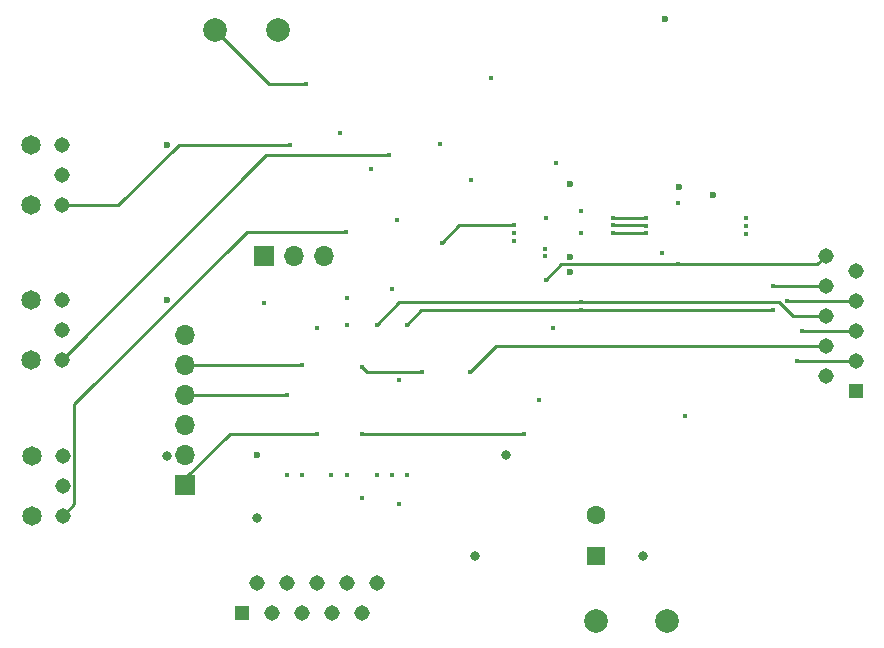
<source format=gbr>
G04 #@! TF.GenerationSoftware,KiCad,Pcbnew,(5.1.10-0-10_14)*
G04 #@! TF.CreationDate,2021-10-25T19:36:00+02:00*
G04 #@! TF.ProjectId,spdif_recv_cs,73706469-665f-4726-9563-765f63732e6b,rev?*
G04 #@! TF.SameCoordinates,Original*
G04 #@! TF.FileFunction,Copper,L3,Inr*
G04 #@! TF.FilePolarity,Positive*
%FSLAX46Y46*%
G04 Gerber Fmt 4.6, Leading zero omitted, Abs format (unit mm)*
G04 Created by KiCad (PCBNEW (5.1.10-0-10_14)) date 2021-10-25 19:36:00*
%MOMM*%
%LPD*%
G01*
G04 APERTURE LIST*
G04 #@! TA.AperFunction,ComponentPad*
%ADD10C,1.308000*%
G04 #@! TD*
G04 #@! TA.AperFunction,ComponentPad*
%ADD11C,1.650000*%
G04 #@! TD*
G04 #@! TA.AperFunction,ComponentPad*
%ADD12C,2.000000*%
G04 #@! TD*
G04 #@! TA.AperFunction,ComponentPad*
%ADD13R,1.308000X1.308000*%
G04 #@! TD*
G04 #@! TA.AperFunction,ComponentPad*
%ADD14O,1.700000X1.700000*%
G04 #@! TD*
G04 #@! TA.AperFunction,ComponentPad*
%ADD15R,1.700000X1.700000*%
G04 #@! TD*
G04 #@! TA.AperFunction,ComponentPad*
%ADD16C,1.600000*%
G04 #@! TD*
G04 #@! TA.AperFunction,ComponentPad*
%ADD17R,1.600000X1.600000*%
G04 #@! TD*
G04 #@! TA.AperFunction,ViaPad*
%ADD18C,0.450000*%
G04 #@! TD*
G04 #@! TA.AperFunction,ViaPad*
%ADD19C,0.600000*%
G04 #@! TD*
G04 #@! TA.AperFunction,ViaPad*
%ADD20C,0.800000*%
G04 #@! TD*
G04 #@! TA.AperFunction,Conductor*
%ADD21C,0.250000*%
G04 #@! TD*
G04 APERTURE END LIST*
D10*
X115088500Y-96393000D03*
X115088500Y-98933000D03*
X115088500Y-101473000D03*
D11*
X112458500Y-101473000D03*
X112458500Y-96393000D03*
D10*
X115025000Y-83185000D03*
X115025000Y-85725000D03*
X115025000Y-88265000D03*
D11*
X112395000Y-88265000D03*
X112395000Y-83185000D03*
D10*
X115025000Y-70104000D03*
X115025000Y-72644000D03*
X115025000Y-75184000D03*
D11*
X112395000Y-75184000D03*
X112395000Y-70104000D03*
D12*
X127952500Y-60325000D03*
X133350000Y-60325000D03*
D13*
X130238500Y-109728000D03*
D10*
X131508500Y-107188000D03*
X132778500Y-109728000D03*
X134048500Y-107188000D03*
X135318500Y-109728000D03*
X136588500Y-107188000D03*
X137858500Y-109728000D03*
X139128500Y-107188000D03*
X140398500Y-109728000D03*
X141668500Y-107188000D03*
D13*
X182223000Y-90935000D03*
D10*
X179683000Y-89665000D03*
X182223000Y-88395000D03*
X179683000Y-87125000D03*
X182223000Y-85855000D03*
X179683000Y-84585000D03*
X182223000Y-83315000D03*
X179683000Y-82045000D03*
X182223000Y-80775000D03*
X179683000Y-79505000D03*
D14*
X137223500Y-79438500D03*
X134683500Y-79438500D03*
D15*
X132143500Y-79438500D03*
D12*
X166243000Y-110363000D03*
X160210500Y-110363000D03*
D16*
X160210500Y-101402000D03*
D17*
X160210500Y-104902000D03*
D14*
X125476000Y-86156800D03*
X125476000Y-88696800D03*
X125476000Y-91236800D03*
X125476000Y-93776800D03*
X125476000Y-96316800D03*
D15*
X125476000Y-98856800D03*
D18*
X153265500Y-77518497D03*
X149669500Y-73025000D03*
D19*
X131508500Y-96329500D03*
D18*
X132160000Y-83422500D03*
X140415000Y-99932500D03*
D20*
X131508500Y-101663500D03*
X152590500Y-96329500D03*
D19*
X158051500Y-79565500D03*
X158051500Y-80835500D03*
X158051500Y-73406000D03*
X166116000Y-59436000D03*
X170116500Y-74295000D03*
D18*
X155448000Y-91630500D03*
X142938500Y-82296000D03*
X138554500Y-69090500D03*
X147066000Y-69977000D03*
X143383000Y-76454000D03*
X135331200Y-88696800D03*
X134061200Y-91236800D03*
X158940500Y-84074000D03*
X144208500Y-85280500D03*
X175260000Y-84074000D03*
X175260000Y-82042000D03*
X158940500Y-83375500D03*
X141668500Y-85280500D03*
X153265500Y-78168500D03*
X141160500Y-72136000D03*
X156019500Y-81470500D03*
X167195500Y-74993500D03*
X167205499Y-80190501D03*
X140398500Y-94551500D03*
X154178000Y-94551500D03*
X172974000Y-76913503D03*
X177228500Y-88392000D03*
X172974000Y-76263500D03*
X177673000Y-85852000D03*
X172974000Y-77597000D03*
X176453501Y-83312000D03*
X165862000Y-79184500D03*
X156591000Y-85534500D03*
X155892500Y-79502000D03*
X139128500Y-97980500D03*
X137843498Y-97995502D03*
X139128500Y-85344000D03*
X139128500Y-83058000D03*
X135318500Y-97980500D03*
X134048500Y-97980500D03*
X141668500Y-97980500D03*
X144208500Y-98044000D03*
X143573500Y-89979500D03*
X143573500Y-100457000D03*
X142938500Y-98044000D03*
D20*
X149987000Y-104902000D03*
X164211000Y-104902000D03*
D19*
X123952000Y-70104000D03*
X123952000Y-83210400D03*
D20*
X123952000Y-96393000D03*
D18*
X136601200Y-94538800D03*
X149606000Y-89281000D03*
X136588500Y-85534500D03*
X140411200Y-88849200D03*
X145542000Y-89281000D03*
X153265500Y-76868494D03*
X147193000Y-78359000D03*
X151320500Y-64389000D03*
X156019500Y-76263500D03*
X135699500Y-64897000D03*
X134302500Y-70040500D03*
X142748000Y-70929500D03*
X139065000Y-77406500D03*
X155892500Y-78851997D03*
X156845000Y-71628000D03*
D19*
X167259000Y-73660000D03*
D18*
X167767000Y-93027500D03*
X158940500Y-77533500D03*
X158940500Y-75628500D03*
X161671000Y-77533500D03*
X164465000Y-77563506D03*
X161671000Y-76233494D03*
X164465000Y-76263500D03*
X161671000Y-76883497D03*
X164465000Y-76913503D03*
D21*
X135331200Y-88696800D02*
X125476000Y-88696800D01*
X134061200Y-91236800D02*
X125476000Y-91236800D01*
X145415000Y-84074000D02*
X144208500Y-85280500D01*
X158940500Y-84074000D02*
X145415000Y-84074000D01*
X158940500Y-84074000D02*
X175260000Y-84074000D01*
X179680000Y-82042000D02*
X179683000Y-82045000D01*
X175260000Y-82042000D02*
X179680000Y-82042000D01*
X143573500Y-83375500D02*
X141668500Y-85280500D01*
X158940500Y-83375500D02*
X143573500Y-83375500D01*
X176912499Y-84585000D02*
X179683000Y-84585000D01*
X175702999Y-83375500D02*
X176912499Y-84585000D01*
X158940500Y-83375500D02*
X175702999Y-83375500D01*
X157299499Y-80190501D02*
X156019500Y-81470500D01*
X179683000Y-79505000D02*
X178997499Y-80190501D01*
X178997499Y-80190501D02*
X167205499Y-80190501D01*
X167205499Y-80190501D02*
X157299499Y-80190501D01*
X140398500Y-94551500D02*
X154178000Y-94551500D01*
X177231500Y-88395000D02*
X177228500Y-88392000D01*
X182223000Y-88395000D02*
X177231500Y-88395000D01*
X177676000Y-85855000D02*
X177673000Y-85852000D01*
X182223000Y-85855000D02*
X177676000Y-85855000D01*
X176456501Y-83315000D02*
X176453501Y-83312000D01*
X182223000Y-83315000D02*
X176456501Y-83315000D01*
X125476000Y-98856800D02*
X125476000Y-98298000D01*
X129235200Y-94538800D02*
X136601200Y-94538800D01*
X125476000Y-98298000D02*
X129235200Y-94538800D01*
X151762000Y-87125000D02*
X149606000Y-89281000D01*
X179683000Y-87125000D02*
X151762000Y-87125000D01*
X140423900Y-88836500D02*
X140411200Y-88849200D01*
X140843000Y-89281000D02*
X140411200Y-88849200D01*
X145542000Y-89281000D02*
X140843000Y-89281000D01*
X148683506Y-76868494D02*
X147193000Y-78359000D01*
X153265500Y-76868494D02*
X148683506Y-76868494D01*
X132524500Y-64897000D02*
X127952500Y-60325000D01*
X135699500Y-64897000D02*
X132524500Y-64897000D01*
X119797002Y-75184000D02*
X115025000Y-75184000D01*
X124940502Y-70040500D02*
X119797002Y-75184000D01*
X134302500Y-70040500D02*
X124940502Y-70040500D01*
X132335100Y-70954900D02*
X115025000Y-88265000D01*
X132360500Y-70929500D02*
X132335100Y-70954900D01*
X142748000Y-70929500D02*
X132360500Y-70929500D01*
X116067501Y-100493999D02*
X115088500Y-101473000D01*
X116067501Y-93826297D02*
X116067501Y-100493999D01*
X116067501Y-92019901D02*
X116067501Y-93826297D01*
X130680902Y-77406500D02*
X116067501Y-92019901D01*
X139065000Y-77406500D02*
X130680902Y-77406500D01*
X164434994Y-77533500D02*
X164465000Y-77563506D01*
X161671000Y-77533500D02*
X164434994Y-77533500D01*
X164434994Y-76233494D02*
X164465000Y-76263500D01*
X161671000Y-76233494D02*
X164434994Y-76233494D01*
X164434994Y-76883497D02*
X164465000Y-76913503D01*
X161671000Y-76883497D02*
X164434994Y-76883497D01*
M02*

</source>
